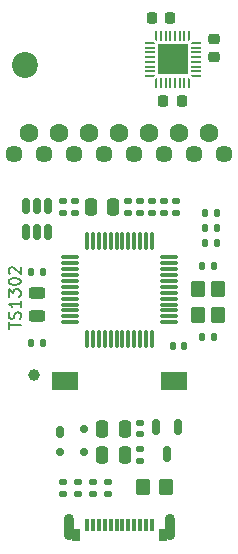
<source format=gbr>
%TF.GenerationSoftware,KiCad,Pcbnew,9.0.0+1*%
%TF.CreationDate,2025-04-22T18:14:48+02:00*%
%TF.ProjectId,ts13_dev_kit,74733133-5f64-4657-965f-6b69742e6b69,rev?*%
%TF.SameCoordinates,Original*%
%TF.FileFunction,Soldermask,Top*%
%TF.FilePolarity,Negative*%
%FSLAX46Y46*%
G04 Gerber Fmt 4.6, Leading zero omitted, Abs format (unit mm)*
G04 Created by KiCad (PCBNEW 9.0.0+1) date 2025-04-22 18:14:48*
%MOMM*%
%LPD*%
G01*
G04 APERTURE LIST*
G04 Aperture macros list*
%AMRoundRect*
0 Rectangle with rounded corners*
0 $1 Rounding radius*
0 $2 $3 $4 $5 $6 $7 $8 $9 X,Y pos of 4 corners*
0 Add a 4 corners polygon primitive as box body*
4,1,4,$2,$3,$4,$5,$6,$7,$8,$9,$2,$3,0*
0 Add four circle primitives for the rounded corners*
1,1,$1+$1,$2,$3*
1,1,$1+$1,$4,$5*
1,1,$1+$1,$6,$7*
1,1,$1+$1,$8,$9*
0 Add four rect primitives between the rounded corners*
20,1,$1+$1,$2,$3,$4,$5,0*
20,1,$1+$1,$4,$5,$6,$7,0*
20,1,$1+$1,$6,$7,$8,$9,0*
20,1,$1+$1,$8,$9,$2,$3,0*%
%AMFreePoly0*
4,1,14,0.314644,0.085355,0.385355,0.014644,0.400000,-0.020711,0.400000,-0.050000,0.385355,-0.085355,0.350000,-0.100000,-0.350000,-0.100000,-0.385355,-0.085355,-0.400000,-0.050000,-0.400000,0.050000,-0.385355,0.085355,-0.350000,0.100000,0.279289,0.100000,0.314644,0.085355,0.314644,0.085355,$1*%
%AMFreePoly1*
4,1,14,0.385355,0.085355,0.400000,0.050000,0.400000,0.020711,0.385355,-0.014644,0.314644,-0.085355,0.279289,-0.100000,-0.350000,-0.100000,-0.385355,-0.085355,-0.400000,-0.050000,-0.400000,0.050000,-0.385355,0.085355,-0.350000,0.100000,0.350000,0.100000,0.385355,0.085355,0.385355,0.085355,$1*%
%AMFreePoly2*
4,1,14,0.085355,0.385355,0.100000,0.350000,0.100000,-0.350000,0.085355,-0.385355,0.050000,-0.400000,-0.050000,-0.400000,-0.085355,-0.385355,-0.100000,-0.350000,-0.100000,0.279289,-0.085355,0.314644,-0.014644,0.385355,0.020711,0.400000,0.050000,0.400000,0.085355,0.385355,0.085355,0.385355,$1*%
%AMFreePoly3*
4,1,14,0.014644,0.385355,0.085355,0.314644,0.100000,0.279289,0.100000,-0.350000,0.085355,-0.385355,0.050000,-0.400000,-0.050000,-0.400000,-0.085355,-0.385355,-0.100000,-0.350000,-0.100000,0.350000,-0.085355,0.385355,-0.050000,0.400000,-0.020711,0.400000,0.014644,0.385355,0.014644,0.385355,$1*%
%AMFreePoly4*
4,1,14,0.385355,0.085355,0.400000,0.050000,0.400000,-0.050000,0.385355,-0.085355,0.350000,-0.100000,-0.279289,-0.100000,-0.314644,-0.085355,-0.385355,-0.014644,-0.400000,0.020711,-0.400000,0.050000,-0.385355,0.085355,-0.350000,0.100000,0.350000,0.100000,0.385355,0.085355,0.385355,0.085355,$1*%
%AMFreePoly5*
4,1,14,0.385355,0.085355,0.400000,0.050000,0.400000,-0.050000,0.385355,-0.085355,0.350000,-0.100000,-0.350000,-0.100000,-0.385355,-0.085355,-0.400000,-0.050000,-0.400000,-0.020711,-0.385355,0.014644,-0.314644,0.085355,-0.279289,0.100000,0.350000,0.100000,0.385355,0.085355,0.385355,0.085355,$1*%
%AMFreePoly6*
4,1,14,0.085355,0.385355,0.100000,0.350000,0.100000,-0.279289,0.085355,-0.314644,0.014644,-0.385355,-0.020711,-0.400000,-0.050000,-0.400000,-0.085355,-0.385355,-0.100000,-0.350000,-0.100000,0.350000,-0.085355,0.385355,-0.050000,0.400000,0.050000,0.400000,0.085355,0.385355,0.085355,0.385355,$1*%
%AMFreePoly7*
4,1,14,0.085355,0.385355,0.100000,0.350000,0.100000,-0.350000,0.085355,-0.385355,0.050000,-0.400000,0.020711,-0.400000,-0.014644,-0.385355,-0.085355,-0.314644,-0.100000,-0.279289,-0.100000,0.350000,-0.085355,0.385355,-0.050000,0.400000,0.050000,0.400000,0.085355,0.385355,0.085355,0.385355,$1*%
G04 Aperture macros list end*
%ADD10C,0.150000*%
%ADD11RoundRect,0.135000X-0.185000X0.135000X-0.185000X-0.135000X0.185000X-0.135000X0.185000X0.135000X0*%
%ADD12RoundRect,0.250000X-0.250000X-0.475000X0.250000X-0.475000X0.250000X0.475000X-0.250000X0.475000X0*%
%ADD13RoundRect,0.225000X-0.225000X-0.250000X0.225000X-0.250000X0.225000X0.250000X-0.225000X0.250000X0*%
%ADD14R,0.300000X1.000000*%
%ADD15O,0.850000X2.250000*%
%ADD16R,0.800000X1.000000*%
%ADD17RoundRect,0.140000X-0.170000X0.140000X-0.170000X-0.140000X0.170000X-0.140000X0.170000X0.140000X0*%
%ADD18RoundRect,0.150000X-0.150000X0.512500X-0.150000X-0.512500X0.150000X-0.512500X0.150000X0.512500X0*%
%ADD19C,1.600000*%
%ADD20C,1.450000*%
%ADD21RoundRect,0.135000X-0.135000X-0.185000X0.135000X-0.185000X0.135000X0.185000X-0.135000X0.185000X0*%
%ADD22R,2.180000X1.600000*%
%ADD23RoundRect,0.140000X0.140000X0.170000X-0.140000X0.170000X-0.140000X-0.170000X0.140000X-0.170000X0*%
%ADD24FreePoly0,0.000000*%
%ADD25RoundRect,0.050000X-0.350000X-0.050000X0.350000X-0.050000X0.350000X0.050000X-0.350000X0.050000X0*%
%ADD26FreePoly1,0.000000*%
%ADD27FreePoly2,0.000000*%
%ADD28RoundRect,0.050000X-0.050000X-0.350000X0.050000X-0.350000X0.050000X0.350000X-0.050000X0.350000X0*%
%ADD29FreePoly3,0.000000*%
%ADD30FreePoly4,0.000000*%
%ADD31FreePoly5,0.000000*%
%ADD32FreePoly6,0.000000*%
%ADD33FreePoly7,0.000000*%
%ADD34R,2.650000X2.650000*%
%ADD35RoundRect,0.250000X0.350000X-0.450000X0.350000X0.450000X-0.350000X0.450000X-0.350000X-0.450000X0*%
%ADD36RoundRect,0.243750X0.456250X-0.243750X0.456250X0.243750X-0.456250X0.243750X-0.456250X-0.243750X0*%
%ADD37RoundRect,0.225000X0.225000X0.250000X-0.225000X0.250000X-0.225000X-0.250000X0.225000X-0.250000X0*%
%ADD38RoundRect,0.225000X0.250000X-0.225000X0.250000X0.225000X-0.250000X0.225000X-0.250000X-0.225000X0*%
%ADD39RoundRect,0.075000X0.662500X0.075000X-0.662500X0.075000X-0.662500X-0.075000X0.662500X-0.075000X0*%
%ADD40RoundRect,0.075000X0.075000X0.662500X-0.075000X0.662500X-0.075000X-0.662500X0.075000X-0.662500X0*%
%ADD41RoundRect,0.135000X0.185000X-0.135000X0.185000X0.135000X-0.185000X0.135000X-0.185000X-0.135000X0*%
%ADD42RoundRect,0.250000X-0.350000X-0.450000X0.350000X-0.450000X0.350000X0.450000X-0.350000X0.450000X0*%
%ADD43RoundRect,0.250000X0.250000X0.475000X-0.250000X0.475000X-0.250000X-0.475000X0.250000X-0.475000X0*%
%ADD44RoundRect,0.150000X0.150000X-0.512500X0.150000X0.512500X-0.150000X0.512500X-0.150000X-0.512500X0*%
%ADD45RoundRect,0.140000X-0.140000X-0.170000X0.140000X-0.170000X0.140000X0.170000X-0.140000X0.170000X0*%
%ADD46C,2.200000*%
%ADD47RoundRect,0.135000X0.135000X0.185000X-0.135000X0.185000X-0.135000X-0.185000X0.135000X-0.185000X0*%
%ADD48RoundRect,0.175000X-0.175000X-0.325000X0.175000X-0.325000X0.175000X0.325000X-0.175000X0.325000X0*%
%ADD49RoundRect,0.150000X-0.200000X-0.150000X0.200000X-0.150000X0.200000X0.150000X-0.200000X0.150000X0*%
%ADD50C,1.000000*%
G04 APERTURE END LIST*
D10*
X120619819Y-77806077D02*
X120619819Y-77234649D01*
X121619819Y-77520363D02*
X120619819Y-77520363D01*
X121572200Y-76948934D02*
X121619819Y-76806077D01*
X121619819Y-76806077D02*
X121619819Y-76567982D01*
X121619819Y-76567982D02*
X121572200Y-76472744D01*
X121572200Y-76472744D02*
X121524580Y-76425125D01*
X121524580Y-76425125D02*
X121429342Y-76377506D01*
X121429342Y-76377506D02*
X121334104Y-76377506D01*
X121334104Y-76377506D02*
X121238866Y-76425125D01*
X121238866Y-76425125D02*
X121191247Y-76472744D01*
X121191247Y-76472744D02*
X121143628Y-76567982D01*
X121143628Y-76567982D02*
X121096009Y-76758458D01*
X121096009Y-76758458D02*
X121048390Y-76853696D01*
X121048390Y-76853696D02*
X121000771Y-76901315D01*
X121000771Y-76901315D02*
X120905533Y-76948934D01*
X120905533Y-76948934D02*
X120810295Y-76948934D01*
X120810295Y-76948934D02*
X120715057Y-76901315D01*
X120715057Y-76901315D02*
X120667438Y-76853696D01*
X120667438Y-76853696D02*
X120619819Y-76758458D01*
X120619819Y-76758458D02*
X120619819Y-76520363D01*
X120619819Y-76520363D02*
X120667438Y-76377506D01*
X121619819Y-75425125D02*
X121619819Y-75996553D01*
X121619819Y-75710839D02*
X120619819Y-75710839D01*
X120619819Y-75710839D02*
X120762676Y-75806077D01*
X120762676Y-75806077D02*
X120857914Y-75901315D01*
X120857914Y-75901315D02*
X120905533Y-75996553D01*
X120619819Y-75091791D02*
X120619819Y-74472744D01*
X120619819Y-74472744D02*
X121000771Y-74806077D01*
X121000771Y-74806077D02*
X121000771Y-74663220D01*
X121000771Y-74663220D02*
X121048390Y-74567982D01*
X121048390Y-74567982D02*
X121096009Y-74520363D01*
X121096009Y-74520363D02*
X121191247Y-74472744D01*
X121191247Y-74472744D02*
X121429342Y-74472744D01*
X121429342Y-74472744D02*
X121524580Y-74520363D01*
X121524580Y-74520363D02*
X121572200Y-74567982D01*
X121572200Y-74567982D02*
X121619819Y-74663220D01*
X121619819Y-74663220D02*
X121619819Y-74948934D01*
X121619819Y-74948934D02*
X121572200Y-75044172D01*
X121572200Y-75044172D02*
X121524580Y-75091791D01*
X120619819Y-73853696D02*
X120619819Y-73758458D01*
X120619819Y-73758458D02*
X120667438Y-73663220D01*
X120667438Y-73663220D02*
X120715057Y-73615601D01*
X120715057Y-73615601D02*
X120810295Y-73567982D01*
X120810295Y-73567982D02*
X121000771Y-73520363D01*
X121000771Y-73520363D02*
X121238866Y-73520363D01*
X121238866Y-73520363D02*
X121429342Y-73567982D01*
X121429342Y-73567982D02*
X121524580Y-73615601D01*
X121524580Y-73615601D02*
X121572200Y-73663220D01*
X121572200Y-73663220D02*
X121619819Y-73758458D01*
X121619819Y-73758458D02*
X121619819Y-73853696D01*
X121619819Y-73853696D02*
X121572200Y-73948934D01*
X121572200Y-73948934D02*
X121524580Y-73996553D01*
X121524580Y-73996553D02*
X121429342Y-74044172D01*
X121429342Y-74044172D02*
X121238866Y-74091791D01*
X121238866Y-74091791D02*
X121000771Y-74091791D01*
X121000771Y-74091791D02*
X120810295Y-74044172D01*
X120810295Y-74044172D02*
X120715057Y-73996553D01*
X120715057Y-73996553D02*
X120667438Y-73948934D01*
X120667438Y-73948934D02*
X120619819Y-73853696D01*
X120715057Y-73139410D02*
X120667438Y-73091791D01*
X120667438Y-73091791D02*
X120619819Y-72996553D01*
X120619819Y-72996553D02*
X120619819Y-72758458D01*
X120619819Y-72758458D02*
X120667438Y-72663220D01*
X120667438Y-72663220D02*
X120715057Y-72615601D01*
X120715057Y-72615601D02*
X120810295Y-72567982D01*
X120810295Y-72567982D02*
X120905533Y-72567982D01*
X120905533Y-72567982D02*
X121048390Y-72615601D01*
X121048390Y-72615601D02*
X121619819Y-73187029D01*
X121619819Y-73187029D02*
X121619819Y-72567982D01*
D11*
%TO.C,R7*%
X134750000Y-66940000D03*
X134750000Y-67960000D03*
%TD*%
%TO.C,R3*%
X131750000Y-66940000D03*
X131750000Y-67960000D03*
%TD*%
%TO.C,R5*%
X133750000Y-66940000D03*
X133750000Y-67960000D03*
%TD*%
%TO.C,R2*%
X130750000Y-66940000D03*
X130750000Y-67960000D03*
%TD*%
%TO.C,R4*%
X132750000Y-66940000D03*
X132750000Y-67960000D03*
%TD*%
D12*
%TO.C,C14*%
X127550000Y-67500000D03*
X129450000Y-67500000D03*
%TD*%
D13*
%TO.C,C2*%
X133725000Y-58500000D03*
X135275000Y-58500000D03*
%TD*%
D14*
%TO.C,J1*%
X132750000Y-94440000D03*
X132240000Y-94440000D03*
X131750000Y-94440000D03*
X131250000Y-94440000D03*
X128750000Y-94440000D03*
X128250000Y-94440000D03*
X127750000Y-94440000D03*
X127250000Y-94440000D03*
X129250000Y-94440000D03*
X129750000Y-94440000D03*
X130250000Y-94440000D03*
X130750000Y-94440000D03*
D15*
X125700000Y-94600000D03*
D16*
X126300000Y-95250000D03*
X133700000Y-95250000D03*
D15*
X134300000Y-94600000D03*
%TD*%
D17*
%TO.C,C13*%
X126250000Y-67020000D03*
X126250000Y-67980000D03*
%TD*%
D18*
%TO.C,IC3*%
X134950000Y-86112500D03*
X133050000Y-86112500D03*
X134000000Y-88387500D03*
%TD*%
D19*
%TO.C,PAD3*%
X124900000Y-61250000D03*
%TD*%
D20*
%TO.C,H4*%
X136330000Y-63000000D03*
%TD*%
%TO.C,H1*%
X121090000Y-63000000D03*
%TD*%
D21*
%TO.C,R1*%
X137240000Y-69250000D03*
X138260000Y-69250000D03*
%TD*%
D19*
%TO.C,PAD4*%
X135060000Y-61250000D03*
%TD*%
D22*
%TO.C,SW1*%
X134590000Y-82250000D03*
X125410000Y-82250000D03*
%TD*%
D19*
%TO.C,PAD6*%
X129980000Y-61250000D03*
%TD*%
D23*
%TO.C,C9*%
X135480000Y-79250000D03*
X134520000Y-79250000D03*
%TD*%
D24*
%TO.C,IC1*%
X132550000Y-53600000D03*
D25*
X132550000Y-54000000D03*
X132550000Y-54400000D03*
X132550000Y-54800000D03*
X132550000Y-55200000D03*
X132550000Y-55600000D03*
X132550000Y-56000000D03*
D26*
X132550000Y-56400000D03*
D27*
X133100000Y-56950000D03*
D28*
X133500000Y-56950000D03*
X133900000Y-56950000D03*
X134300000Y-56950000D03*
X134700000Y-56950000D03*
X135100000Y-56950000D03*
X135500000Y-56950000D03*
D29*
X135900000Y-56950000D03*
D30*
X136450000Y-56400000D03*
D25*
X136450000Y-56000000D03*
X136450000Y-55600000D03*
X136450000Y-55200000D03*
X136450000Y-54800000D03*
X136450000Y-54400000D03*
X136450000Y-54000000D03*
D31*
X136450000Y-53600000D03*
D32*
X135900000Y-53050000D03*
D28*
X135500000Y-53050000D03*
X135100000Y-53050000D03*
X134700000Y-53050000D03*
X134300000Y-53050000D03*
X133900000Y-53050000D03*
X133500000Y-53050000D03*
D33*
X133100000Y-53050000D03*
D34*
X134500000Y-55000000D03*
%TD*%
D35*
%TO.C,X1*%
X138350000Y-76600000D03*
X138350000Y-74400000D03*
X136650000Y-74400000D03*
X136650000Y-76600000D03*
%TD*%
D17*
%TO.C,C5*%
X131750000Y-88020000D03*
X131750000Y-88980000D03*
%TD*%
D36*
%TO.C,D1*%
X123000000Y-76687500D03*
X123000000Y-74812500D03*
%TD*%
D21*
%TO.C,R13*%
X122490000Y-73000000D03*
X123510000Y-73000000D03*
%TD*%
D37*
%TO.C,C1*%
X134275000Y-51500000D03*
X132725000Y-51500000D03*
%TD*%
D19*
%TO.C,PAD2*%
X137600000Y-61250000D03*
%TD*%
D38*
%TO.C,C3*%
X138000000Y-54775000D03*
X138000000Y-53225000D03*
%TD*%
D23*
%TO.C,C11*%
X137980000Y-78500000D03*
X137020000Y-78500000D03*
%TD*%
D39*
%TO.C,IC2*%
X134162500Y-77250000D03*
X134162500Y-76750000D03*
X134162500Y-76250000D03*
X134162500Y-75750000D03*
X134162500Y-75250000D03*
X134162500Y-74750000D03*
X134162500Y-74250000D03*
X134162500Y-73750000D03*
X134162500Y-73250000D03*
X134162500Y-72750000D03*
X134162500Y-72250000D03*
X134162500Y-71750000D03*
D40*
X132750000Y-70337500D03*
X132250000Y-70337500D03*
X131750000Y-70337500D03*
X131250000Y-70337500D03*
X130750000Y-70337500D03*
X130250000Y-70337500D03*
X129750000Y-70337500D03*
X129250000Y-70337500D03*
X128750000Y-70337500D03*
X128250000Y-70337500D03*
X127750000Y-70337500D03*
X127250000Y-70337500D03*
D39*
X125837500Y-71750000D03*
X125837500Y-72250000D03*
X125837500Y-72750000D03*
X125837500Y-73250000D03*
X125837500Y-73750000D03*
X125837500Y-74250000D03*
X125837500Y-74750000D03*
X125837500Y-75250000D03*
X125837500Y-75750000D03*
X125837500Y-76250000D03*
X125837500Y-76750000D03*
X125837500Y-77250000D03*
D40*
X127250000Y-78662500D03*
X127750000Y-78662500D03*
X128250000Y-78662500D03*
X128750000Y-78662500D03*
X129250000Y-78662500D03*
X129750000Y-78662500D03*
X130250000Y-78662500D03*
X130750000Y-78662500D03*
X131250000Y-78662500D03*
X131750000Y-78662500D03*
X132250000Y-78662500D03*
X132750000Y-78662500D03*
%TD*%
D20*
%TO.C,H6*%
X133790000Y-63000000D03*
%TD*%
D41*
%TO.C,R12*%
X125250000Y-68010000D03*
X125250000Y-66990000D03*
%TD*%
D42*
%TO.C,F1*%
X131959484Y-91208019D03*
X133959484Y-91208019D03*
%TD*%
D43*
%TO.C,C4*%
X130450000Y-88500000D03*
X128550000Y-88500000D03*
%TD*%
D20*
%TO.C,H3*%
X126170000Y-63000000D03*
%TD*%
D19*
%TO.C,PAD1*%
X122360000Y-61250000D03*
%TD*%
D20*
%TO.C,H2*%
X123630000Y-63000000D03*
%TD*%
D44*
%TO.C,IC4*%
X122050000Y-69637500D03*
X123000000Y-69637500D03*
X123950000Y-69637500D03*
X123950000Y-67362500D03*
X123000000Y-67362500D03*
X122050000Y-67362500D03*
%TD*%
D41*
%TO.C,R10*%
X126500000Y-91760000D03*
X126500000Y-90740000D03*
%TD*%
D20*
%TO.C,H5*%
X138870000Y-63000000D03*
%TD*%
D19*
%TO.C,PAD7*%
X127440000Y-61250000D03*
%TD*%
D20*
%TO.C,H8*%
X131250000Y-63000000D03*
%TD*%
D45*
%TO.C,C12*%
X137020000Y-72500000D03*
X137980000Y-72500000D03*
%TD*%
D11*
%TO.C,R11*%
X127750000Y-90740000D03*
X127750000Y-91760000D03*
%TD*%
D45*
%TO.C,C10*%
X137270000Y-70500000D03*
X138230000Y-70500000D03*
%TD*%
D46*
%TO.C,H9*%
X122000000Y-55500000D03*
%TD*%
D23*
%TO.C,C8*%
X138230000Y-68000000D03*
X137270000Y-68000000D03*
%TD*%
D19*
%TO.C,PAD5*%
X132520000Y-61250000D03*
%TD*%
D43*
%TO.C,C7*%
X130450000Y-86250000D03*
X128550000Y-86250000D03*
%TD*%
D17*
%TO.C,C6*%
X131750000Y-85770000D03*
X131750000Y-86730000D03*
%TD*%
D41*
%TO.C,R8*%
X129000000Y-91760000D03*
X129000000Y-90740000D03*
%TD*%
D20*
%TO.C,H7*%
X128710000Y-63000000D03*
%TD*%
D41*
%TO.C,R9*%
X125250000Y-91760000D03*
X125250000Y-90740000D03*
%TD*%
D47*
%TO.C,R6*%
X123510000Y-79000000D03*
X122490000Y-79000000D03*
%TD*%
D48*
%TO.C,D2*%
X125000000Y-86500000D03*
D49*
X125000000Y-88200000D03*
X127000000Y-88200000D03*
X127000000Y-86300000D03*
%TD*%
D50*
%TO.C,FID1*%
X122750000Y-81750000D03*
%TD*%
M02*

</source>
